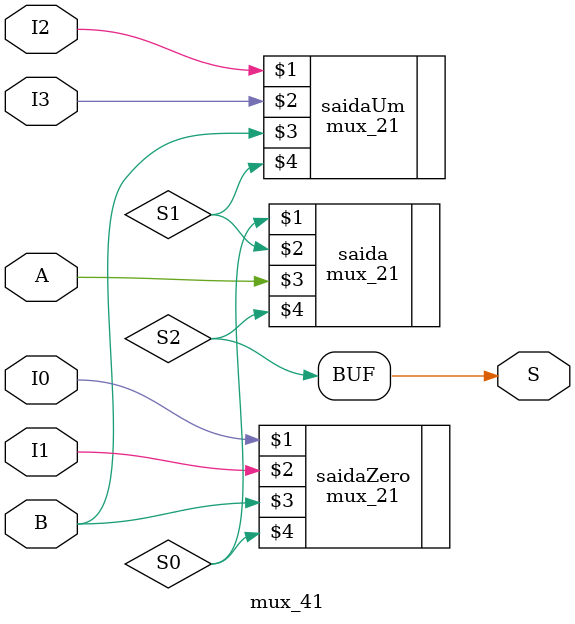
<source format=v>
/**
 Projeto: Multiplexador de 4 canais
 Nomes: Diogo Emanuel, Guilherme Augusto, Luiz Eduardo
 Data: 09/11/2021
**/

module mux_41(
  I0, I1, I2, I3, A, B, S
);

//Entradas e saidas
input I0, I1, I2, I3, A, B;
output S;

//Comunicacao com o outro modulo (saida do circuito)
wire S0, S1, S2;

mux_21 saidaZero(I0, I1, B, S0);
mux_21 saidaUm(I2, I3, B, S1);
mux_21 saida(S0, S1, A, S2);

assign S = S2;

  
endmodule
</source>
